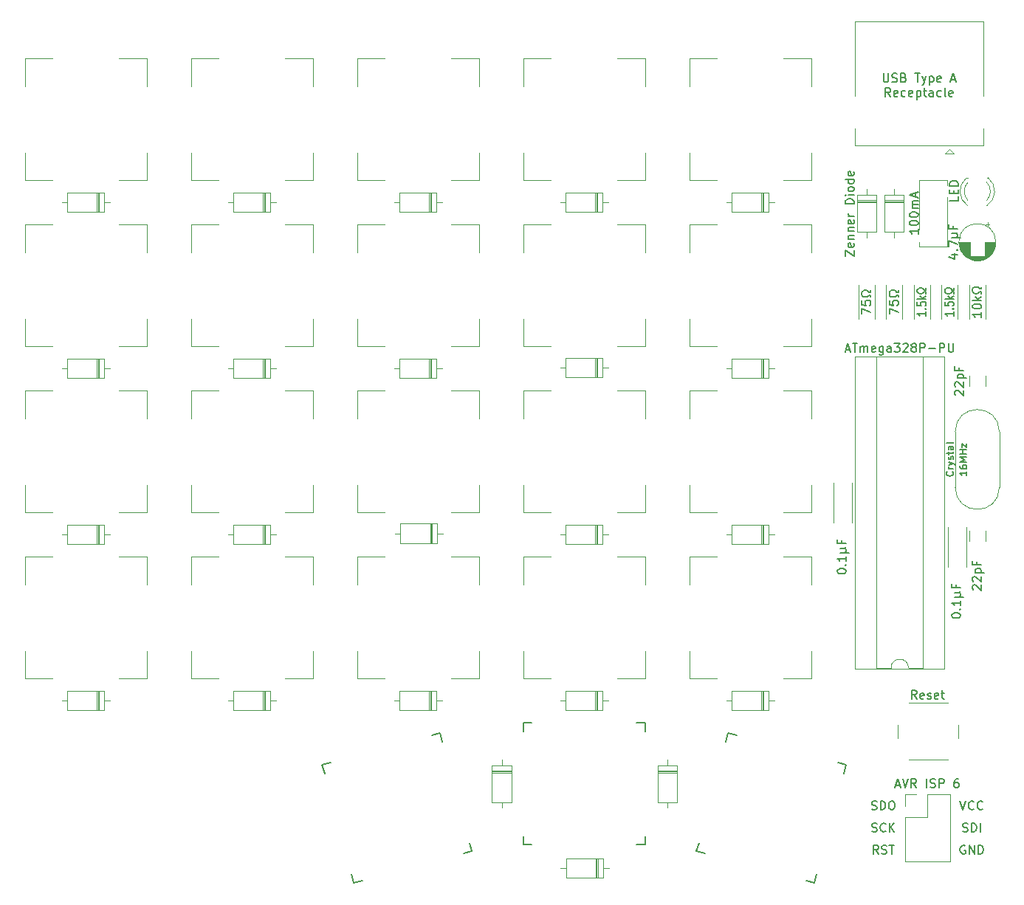
<source format=gbr>
%TF.GenerationSoftware,KiCad,Pcbnew,(5.1.6-0-10_14)*%
%TF.CreationDate,2020-09-02T17:46:37+08:00*%
%TF.ProjectId,EngineerPad,456e6769-6e65-4657-9250-61642e6b6963,v0.3*%
%TF.SameCoordinates,Original*%
%TF.FileFunction,Legend,Top*%
%TF.FilePolarity,Positive*%
%FSLAX46Y46*%
G04 Gerber Fmt 4.6, Leading zero omitted, Abs format (unit mm)*
G04 Created by KiCad (PCBNEW (5.1.6-0-10_14)) date 2020-09-02 17:46:37*
%MOMM*%
%LPD*%
G01*
G04 APERTURE LIST*
%ADD10C,0.150000*%
%ADD11C,0.120000*%
G04 APERTURE END LIST*
D10*
X176764761Y-61237380D02*
X176764761Y-62046904D01*
X176812380Y-62142142D01*
X176860000Y-62189761D01*
X176955238Y-62237380D01*
X177145714Y-62237380D01*
X177240952Y-62189761D01*
X177288571Y-62142142D01*
X177336190Y-62046904D01*
X177336190Y-61237380D01*
X177764761Y-62189761D02*
X177907619Y-62237380D01*
X178145714Y-62237380D01*
X178240952Y-62189761D01*
X178288571Y-62142142D01*
X178336190Y-62046904D01*
X178336190Y-61951666D01*
X178288571Y-61856428D01*
X178240952Y-61808809D01*
X178145714Y-61761190D01*
X177955238Y-61713571D01*
X177860000Y-61665952D01*
X177812380Y-61618333D01*
X177764761Y-61523095D01*
X177764761Y-61427857D01*
X177812380Y-61332619D01*
X177860000Y-61285000D01*
X177955238Y-61237380D01*
X178193333Y-61237380D01*
X178336190Y-61285000D01*
X179098095Y-61713571D02*
X179240952Y-61761190D01*
X179288571Y-61808809D01*
X179336190Y-61904047D01*
X179336190Y-62046904D01*
X179288571Y-62142142D01*
X179240952Y-62189761D01*
X179145714Y-62237380D01*
X178764761Y-62237380D01*
X178764761Y-61237380D01*
X179098095Y-61237380D01*
X179193333Y-61285000D01*
X179240952Y-61332619D01*
X179288571Y-61427857D01*
X179288571Y-61523095D01*
X179240952Y-61618333D01*
X179193333Y-61665952D01*
X179098095Y-61713571D01*
X178764761Y-61713571D01*
X180383809Y-61237380D02*
X180955238Y-61237380D01*
X180669523Y-62237380D02*
X180669523Y-61237380D01*
X181193333Y-61570714D02*
X181431428Y-62237380D01*
X181669523Y-61570714D02*
X181431428Y-62237380D01*
X181336190Y-62475476D01*
X181288571Y-62523095D01*
X181193333Y-62570714D01*
X182050476Y-61570714D02*
X182050476Y-62570714D01*
X182050476Y-61618333D02*
X182145714Y-61570714D01*
X182336190Y-61570714D01*
X182431428Y-61618333D01*
X182479047Y-61665952D01*
X182526666Y-61761190D01*
X182526666Y-62046904D01*
X182479047Y-62142142D01*
X182431428Y-62189761D01*
X182336190Y-62237380D01*
X182145714Y-62237380D01*
X182050476Y-62189761D01*
X183336190Y-62189761D02*
X183240952Y-62237380D01*
X183050476Y-62237380D01*
X182955238Y-62189761D01*
X182907619Y-62094523D01*
X182907619Y-61713571D01*
X182955238Y-61618333D01*
X183050476Y-61570714D01*
X183240952Y-61570714D01*
X183336190Y-61618333D01*
X183383809Y-61713571D01*
X183383809Y-61808809D01*
X182907619Y-61904047D01*
X184526666Y-61951666D02*
X185002857Y-61951666D01*
X184431428Y-62237380D02*
X184764761Y-61237380D01*
X185098095Y-62237380D01*
X177574285Y-63887380D02*
X177240952Y-63411190D01*
X177002857Y-63887380D02*
X177002857Y-62887380D01*
X177383809Y-62887380D01*
X177479047Y-62935000D01*
X177526666Y-62982619D01*
X177574285Y-63077857D01*
X177574285Y-63220714D01*
X177526666Y-63315952D01*
X177479047Y-63363571D01*
X177383809Y-63411190D01*
X177002857Y-63411190D01*
X178383809Y-63839761D02*
X178288571Y-63887380D01*
X178098095Y-63887380D01*
X178002857Y-63839761D01*
X177955238Y-63744523D01*
X177955238Y-63363571D01*
X178002857Y-63268333D01*
X178098095Y-63220714D01*
X178288571Y-63220714D01*
X178383809Y-63268333D01*
X178431428Y-63363571D01*
X178431428Y-63458809D01*
X177955238Y-63554047D01*
X179288571Y-63839761D02*
X179193333Y-63887380D01*
X179002857Y-63887380D01*
X178907619Y-63839761D01*
X178860000Y-63792142D01*
X178812380Y-63696904D01*
X178812380Y-63411190D01*
X178860000Y-63315952D01*
X178907619Y-63268333D01*
X179002857Y-63220714D01*
X179193333Y-63220714D01*
X179288571Y-63268333D01*
X180098095Y-63839761D02*
X180002857Y-63887380D01*
X179812380Y-63887380D01*
X179717142Y-63839761D01*
X179669523Y-63744523D01*
X179669523Y-63363571D01*
X179717142Y-63268333D01*
X179812380Y-63220714D01*
X180002857Y-63220714D01*
X180098095Y-63268333D01*
X180145714Y-63363571D01*
X180145714Y-63458809D01*
X179669523Y-63554047D01*
X180574285Y-63220714D02*
X180574285Y-64220714D01*
X180574285Y-63268333D02*
X180669523Y-63220714D01*
X180860000Y-63220714D01*
X180955238Y-63268333D01*
X181002857Y-63315952D01*
X181050476Y-63411190D01*
X181050476Y-63696904D01*
X181002857Y-63792142D01*
X180955238Y-63839761D01*
X180860000Y-63887380D01*
X180669523Y-63887380D01*
X180574285Y-63839761D01*
X181336190Y-63220714D02*
X181717142Y-63220714D01*
X181479047Y-62887380D02*
X181479047Y-63744523D01*
X181526666Y-63839761D01*
X181621904Y-63887380D01*
X181717142Y-63887380D01*
X182479047Y-63887380D02*
X182479047Y-63363571D01*
X182431428Y-63268333D01*
X182336190Y-63220714D01*
X182145714Y-63220714D01*
X182050476Y-63268333D01*
X182479047Y-63839761D02*
X182383809Y-63887380D01*
X182145714Y-63887380D01*
X182050476Y-63839761D01*
X182002857Y-63744523D01*
X182002857Y-63649285D01*
X182050476Y-63554047D01*
X182145714Y-63506428D01*
X182383809Y-63506428D01*
X182479047Y-63458809D01*
X183383809Y-63839761D02*
X183288571Y-63887380D01*
X183098095Y-63887380D01*
X183002857Y-63839761D01*
X182955238Y-63792142D01*
X182907619Y-63696904D01*
X182907619Y-63411190D01*
X182955238Y-63315952D01*
X183002857Y-63268333D01*
X183098095Y-63220714D01*
X183288571Y-63220714D01*
X183383809Y-63268333D01*
X183955238Y-63887380D02*
X183860000Y-63839761D01*
X183812380Y-63744523D01*
X183812380Y-62887380D01*
X184717142Y-63839761D02*
X184621904Y-63887380D01*
X184431428Y-63887380D01*
X184336190Y-63839761D01*
X184288571Y-63744523D01*
X184288571Y-63363571D01*
X184336190Y-63268333D01*
X184431428Y-63220714D01*
X184621904Y-63220714D01*
X184717142Y-63268333D01*
X184764761Y-63363571D01*
X184764761Y-63458809D01*
X184288571Y-63554047D01*
X184696514Y-106917571D02*
X184734609Y-106955666D01*
X184772704Y-107069952D01*
X184772704Y-107146142D01*
X184734609Y-107260428D01*
X184658419Y-107336619D01*
X184582228Y-107374714D01*
X184429847Y-107412809D01*
X184315561Y-107412809D01*
X184163180Y-107374714D01*
X184086990Y-107336619D01*
X184010800Y-107260428D01*
X183972704Y-107146142D01*
X183972704Y-107069952D01*
X184010800Y-106955666D01*
X184048895Y-106917571D01*
X184772704Y-106574714D02*
X184239371Y-106574714D01*
X184391752Y-106574714D02*
X184315561Y-106536619D01*
X184277466Y-106498523D01*
X184239371Y-106422333D01*
X184239371Y-106346142D01*
X184239371Y-106155666D02*
X184772704Y-105965190D01*
X184239371Y-105774714D02*
X184772704Y-105965190D01*
X184963180Y-106041380D01*
X185001276Y-106079476D01*
X185039371Y-106155666D01*
X184734609Y-105508047D02*
X184772704Y-105431857D01*
X184772704Y-105279476D01*
X184734609Y-105203285D01*
X184658419Y-105165190D01*
X184620323Y-105165190D01*
X184544133Y-105203285D01*
X184506038Y-105279476D01*
X184506038Y-105393761D01*
X184467942Y-105469952D01*
X184391752Y-105508047D01*
X184353657Y-105508047D01*
X184277466Y-105469952D01*
X184239371Y-105393761D01*
X184239371Y-105279476D01*
X184277466Y-105203285D01*
X184239371Y-104936619D02*
X184239371Y-104631857D01*
X183972704Y-104822333D02*
X184658419Y-104822333D01*
X184734609Y-104784238D01*
X184772704Y-104708047D01*
X184772704Y-104631857D01*
X184772704Y-104022333D02*
X184353657Y-104022333D01*
X184277466Y-104060428D01*
X184239371Y-104136619D01*
X184239371Y-104289000D01*
X184277466Y-104365190D01*
X184734609Y-104022333D02*
X184772704Y-104098523D01*
X184772704Y-104289000D01*
X184734609Y-104365190D01*
X184658419Y-104403285D01*
X184582228Y-104403285D01*
X184506038Y-104365190D01*
X184467942Y-104289000D01*
X184467942Y-104098523D01*
X184429847Y-104022333D01*
X184772704Y-103527095D02*
X184734609Y-103603285D01*
X184658419Y-103641380D01*
X183972704Y-103641380D01*
X172382380Y-82152142D02*
X172382380Y-81485476D01*
X173382380Y-82152142D01*
X173382380Y-81485476D01*
X173334761Y-80723571D02*
X173382380Y-80818809D01*
X173382380Y-81009285D01*
X173334761Y-81104523D01*
X173239523Y-81152142D01*
X172858571Y-81152142D01*
X172763333Y-81104523D01*
X172715714Y-81009285D01*
X172715714Y-80818809D01*
X172763333Y-80723571D01*
X172858571Y-80675952D01*
X172953809Y-80675952D01*
X173049047Y-81152142D01*
X172715714Y-80247380D02*
X173382380Y-80247380D01*
X172810952Y-80247380D02*
X172763333Y-80199761D01*
X172715714Y-80104523D01*
X172715714Y-79961666D01*
X172763333Y-79866428D01*
X172858571Y-79818809D01*
X173382380Y-79818809D01*
X172715714Y-79342619D02*
X173382380Y-79342619D01*
X172810952Y-79342619D02*
X172763333Y-79295000D01*
X172715714Y-79199761D01*
X172715714Y-79056904D01*
X172763333Y-78961666D01*
X172858571Y-78914047D01*
X173382380Y-78914047D01*
X173334761Y-78056904D02*
X173382380Y-78152142D01*
X173382380Y-78342619D01*
X173334761Y-78437857D01*
X173239523Y-78485476D01*
X172858571Y-78485476D01*
X172763333Y-78437857D01*
X172715714Y-78342619D01*
X172715714Y-78152142D01*
X172763333Y-78056904D01*
X172858571Y-78009285D01*
X172953809Y-78009285D01*
X173049047Y-78485476D01*
X173382380Y-77580714D02*
X172715714Y-77580714D01*
X172906190Y-77580714D02*
X172810952Y-77533095D01*
X172763333Y-77485476D01*
X172715714Y-77390238D01*
X172715714Y-77295000D01*
X173382380Y-76199761D02*
X172382380Y-76199761D01*
X172382380Y-75961666D01*
X172430000Y-75818809D01*
X172525238Y-75723571D01*
X172620476Y-75675952D01*
X172810952Y-75628333D01*
X172953809Y-75628333D01*
X173144285Y-75675952D01*
X173239523Y-75723571D01*
X173334761Y-75818809D01*
X173382380Y-75961666D01*
X173382380Y-76199761D01*
X173382380Y-75199761D02*
X172715714Y-75199761D01*
X172382380Y-75199761D02*
X172430000Y-75247380D01*
X172477619Y-75199761D01*
X172430000Y-75152142D01*
X172382380Y-75199761D01*
X172477619Y-75199761D01*
X173382380Y-74580714D02*
X173334761Y-74675952D01*
X173287142Y-74723571D01*
X173191904Y-74771190D01*
X172906190Y-74771190D01*
X172810952Y-74723571D01*
X172763333Y-74675952D01*
X172715714Y-74580714D01*
X172715714Y-74437857D01*
X172763333Y-74342619D01*
X172810952Y-74295000D01*
X172906190Y-74247380D01*
X173191904Y-74247380D01*
X173287142Y-74295000D01*
X173334761Y-74342619D01*
X173382380Y-74437857D01*
X173382380Y-74580714D01*
X173382380Y-73390238D02*
X172382380Y-73390238D01*
X173334761Y-73390238D02*
X173382380Y-73485476D01*
X173382380Y-73675952D01*
X173334761Y-73771190D01*
X173287142Y-73818809D01*
X173191904Y-73866428D01*
X172906190Y-73866428D01*
X172810952Y-73818809D01*
X172763333Y-73771190D01*
X172715714Y-73675952D01*
X172715714Y-73485476D01*
X172763333Y-73390238D01*
X173334761Y-72533095D02*
X173382380Y-72628333D01*
X173382380Y-72818809D01*
X173334761Y-72914047D01*
X173239523Y-72961666D01*
X172858571Y-72961666D01*
X172763333Y-72914047D01*
X172715714Y-72818809D01*
X172715714Y-72628333D01*
X172763333Y-72533095D01*
X172858571Y-72485476D01*
X172953809Y-72485476D01*
X173049047Y-72961666D01*
D11*
%TO.C,J2*%
X183860000Y-70405000D02*
X184860000Y-70405000D01*
X184360000Y-69905000D02*
X183860000Y-70405000D01*
X184860000Y-70405000D02*
X184360000Y-69905000D01*
X173500000Y-67545000D02*
X173500000Y-69525000D01*
X188220000Y-69525000D02*
X188220000Y-67545000D01*
X188220000Y-69525000D02*
X173500000Y-69525000D01*
X173500000Y-63845000D02*
X173500000Y-55305000D01*
X188220000Y-55305000D02*
X173500000Y-55305000D01*
X188220000Y-63845000D02*
X188220000Y-55305000D01*
D10*
%TO.C,SW22*%
X135450000Y-136700000D02*
X135450000Y-135700000D01*
X135450000Y-149700000D02*
X136450000Y-149700000D01*
X136450000Y-135700000D02*
X135450000Y-135700000D01*
X135450000Y-149700000D02*
X135450000Y-148700000D01*
X149450000Y-148700000D02*
X149450000Y-149700000D01*
X149450000Y-135700000D02*
X148450000Y-135700000D01*
X148450000Y-149700000D02*
X149450000Y-149700000D01*
X149450000Y-135700000D02*
X149450000Y-136700000D01*
%TO.C,SW23*%
X158704433Y-137886712D02*
X158963253Y-136920786D01*
X155339786Y-150443747D02*
X156305712Y-150702567D01*
X159929178Y-137179605D02*
X158963253Y-136920786D01*
X155339786Y-150443747D02*
X155598605Y-149477822D01*
X169121567Y-153101288D02*
X168862747Y-154067214D01*
X172486214Y-140544253D02*
X171520288Y-140285433D01*
X167896822Y-153808395D02*
X168862747Y-154067214D01*
X172486214Y-140544253D02*
X172227395Y-141510178D01*
%TO.C,SW21*%
X112672605Y-141510178D02*
X112413786Y-140544253D01*
X116037253Y-154067214D02*
X117003178Y-153808395D01*
X113379712Y-140285433D02*
X112413786Y-140544253D01*
X116037253Y-154067214D02*
X115778433Y-153101288D01*
X129301395Y-149477822D02*
X129560214Y-150443747D01*
X125936747Y-136920786D02*
X124970822Y-137179605D01*
X128594288Y-150702567D02*
X129560214Y-150443747D01*
X125936747Y-136920786D02*
X126195567Y-137886712D01*
D11*
%TO.C,SW20*%
X154515000Y-119840000D02*
X154515000Y-116665000D01*
X157690000Y-130635000D02*
X154515000Y-130635000D01*
X168485000Y-127460000D02*
X168485000Y-130635000D01*
X154515000Y-116665000D02*
X157690000Y-116665000D01*
X165310000Y-116665000D02*
X168485000Y-116665000D01*
X154515000Y-130635000D02*
X154515000Y-127460000D01*
X165310000Y-130635000D02*
X168485000Y-130635000D01*
X168485000Y-119840000D02*
X168485000Y-116665000D01*
%TO.C,SW19*%
X135465000Y-119840000D02*
X135465000Y-116665000D01*
X138640000Y-130635000D02*
X135465000Y-130635000D01*
X149435000Y-127460000D02*
X149435000Y-130635000D01*
X135465000Y-116665000D02*
X138640000Y-116665000D01*
X146260000Y-116665000D02*
X149435000Y-116665000D01*
X135465000Y-130635000D02*
X135465000Y-127460000D01*
X146260000Y-130635000D02*
X149435000Y-130635000D01*
X149435000Y-119840000D02*
X149435000Y-116665000D01*
%TO.C,SW18*%
X116415000Y-119840000D02*
X116415000Y-116665000D01*
X119590000Y-130635000D02*
X116415000Y-130635000D01*
X130385000Y-127460000D02*
X130385000Y-130635000D01*
X116415000Y-116665000D02*
X119590000Y-116665000D01*
X127210000Y-116665000D02*
X130385000Y-116665000D01*
X116415000Y-130635000D02*
X116415000Y-127460000D01*
X127210000Y-130635000D02*
X130385000Y-130635000D01*
X130385000Y-119840000D02*
X130385000Y-116665000D01*
%TO.C,SW17*%
X97365000Y-119840000D02*
X97365000Y-116665000D01*
X100540000Y-130635000D02*
X97365000Y-130635000D01*
X111335000Y-127460000D02*
X111335000Y-130635000D01*
X97365000Y-116665000D02*
X100540000Y-116665000D01*
X108160000Y-116665000D02*
X111335000Y-116665000D01*
X97365000Y-130635000D02*
X97365000Y-127460000D01*
X108160000Y-130635000D02*
X111335000Y-130635000D01*
X111335000Y-119840000D02*
X111335000Y-116665000D01*
%TO.C,SW16*%
X78315000Y-119840000D02*
X78315000Y-116665000D01*
X81490000Y-130635000D02*
X78315000Y-130635000D01*
X92285000Y-127460000D02*
X92285000Y-130635000D01*
X78315000Y-116665000D02*
X81490000Y-116665000D01*
X89110000Y-116665000D02*
X92285000Y-116665000D01*
X78315000Y-130635000D02*
X78315000Y-127460000D01*
X89110000Y-130635000D02*
X92285000Y-130635000D01*
X92285000Y-119840000D02*
X92285000Y-116665000D01*
%TO.C,SW15*%
X154515000Y-100790000D02*
X154515000Y-97615000D01*
X157690000Y-111585000D02*
X154515000Y-111585000D01*
X168485000Y-108410000D02*
X168485000Y-111585000D01*
X154515000Y-97615000D02*
X157690000Y-97615000D01*
X165310000Y-97615000D02*
X168485000Y-97615000D01*
X154515000Y-111585000D02*
X154515000Y-108410000D01*
X165310000Y-111585000D02*
X168485000Y-111585000D01*
X168485000Y-100790000D02*
X168485000Y-97615000D01*
%TO.C,SW14*%
X135465000Y-100790000D02*
X135465000Y-97615000D01*
X138640000Y-111585000D02*
X135465000Y-111585000D01*
X149435000Y-108410000D02*
X149435000Y-111585000D01*
X135465000Y-97615000D02*
X138640000Y-97615000D01*
X146260000Y-97615000D02*
X149435000Y-97615000D01*
X135465000Y-111585000D02*
X135465000Y-108410000D01*
X146260000Y-111585000D02*
X149435000Y-111585000D01*
X149435000Y-100790000D02*
X149435000Y-97615000D01*
%TO.C,SW13*%
X116415000Y-100790000D02*
X116415000Y-97615000D01*
X119590000Y-111585000D02*
X116415000Y-111585000D01*
X130385000Y-108410000D02*
X130385000Y-111585000D01*
X116415000Y-97615000D02*
X119590000Y-97615000D01*
X127210000Y-97615000D02*
X130385000Y-97615000D01*
X116415000Y-111585000D02*
X116415000Y-108410000D01*
X127210000Y-111585000D02*
X130385000Y-111585000D01*
X130385000Y-100790000D02*
X130385000Y-97615000D01*
%TO.C,SW12*%
X97365000Y-100790000D02*
X97365000Y-97615000D01*
X100540000Y-111585000D02*
X97365000Y-111585000D01*
X111335000Y-108410000D02*
X111335000Y-111585000D01*
X97365000Y-97615000D02*
X100540000Y-97615000D01*
X108160000Y-97615000D02*
X111335000Y-97615000D01*
X97365000Y-111585000D02*
X97365000Y-108410000D01*
X108160000Y-111585000D02*
X111335000Y-111585000D01*
X111335000Y-100790000D02*
X111335000Y-97615000D01*
%TO.C,SW11*%
X78315000Y-100790000D02*
X78315000Y-97615000D01*
X81490000Y-111585000D02*
X78315000Y-111585000D01*
X92285000Y-108410000D02*
X92285000Y-111585000D01*
X78315000Y-97615000D02*
X81490000Y-97615000D01*
X89110000Y-97615000D02*
X92285000Y-97615000D01*
X78315000Y-111585000D02*
X78315000Y-108410000D01*
X89110000Y-111585000D02*
X92285000Y-111585000D01*
X92285000Y-100790000D02*
X92285000Y-97615000D01*
%TO.C,SW10*%
X154515000Y-81740000D02*
X154515000Y-78565000D01*
X157690000Y-92535000D02*
X154515000Y-92535000D01*
X168485000Y-89360000D02*
X168485000Y-92535000D01*
X154515000Y-78565000D02*
X157690000Y-78565000D01*
X165310000Y-78565000D02*
X168485000Y-78565000D01*
X154515000Y-92535000D02*
X154515000Y-89360000D01*
X165310000Y-92535000D02*
X168485000Y-92535000D01*
X168485000Y-81740000D02*
X168485000Y-78565000D01*
%TO.C,SW9*%
X135465000Y-81740000D02*
X135465000Y-78565000D01*
X138640000Y-92535000D02*
X135465000Y-92535000D01*
X149435000Y-89360000D02*
X149435000Y-92535000D01*
X135465000Y-78565000D02*
X138640000Y-78565000D01*
X146260000Y-78565000D02*
X149435000Y-78565000D01*
X135465000Y-92535000D02*
X135465000Y-89360000D01*
X146260000Y-92535000D02*
X149435000Y-92535000D01*
X149435000Y-81740000D02*
X149435000Y-78565000D01*
%TO.C,SW8*%
X116415000Y-81740000D02*
X116415000Y-78565000D01*
X119590000Y-92535000D02*
X116415000Y-92535000D01*
X130385000Y-89360000D02*
X130385000Y-92535000D01*
X116415000Y-78565000D02*
X119590000Y-78565000D01*
X127210000Y-78565000D02*
X130385000Y-78565000D01*
X116415000Y-92535000D02*
X116415000Y-89360000D01*
X127210000Y-92535000D02*
X130385000Y-92535000D01*
X130385000Y-81740000D02*
X130385000Y-78565000D01*
%TO.C,SW7*%
X97365000Y-81740000D02*
X97365000Y-78565000D01*
X100540000Y-92535000D02*
X97365000Y-92535000D01*
X111335000Y-89360000D02*
X111335000Y-92535000D01*
X97365000Y-78565000D02*
X100540000Y-78565000D01*
X108160000Y-78565000D02*
X111335000Y-78565000D01*
X97365000Y-92535000D02*
X97365000Y-89360000D01*
X108160000Y-92535000D02*
X111335000Y-92535000D01*
X111335000Y-81740000D02*
X111335000Y-78565000D01*
%TO.C,SW6*%
X78315000Y-81740000D02*
X78315000Y-78565000D01*
X81490000Y-92535000D02*
X78315000Y-92535000D01*
X92285000Y-89360000D02*
X92285000Y-92535000D01*
X78315000Y-78565000D02*
X81490000Y-78565000D01*
X89110000Y-78565000D02*
X92285000Y-78565000D01*
X78315000Y-92535000D02*
X78315000Y-89360000D01*
X89110000Y-92535000D02*
X92285000Y-92535000D01*
X92285000Y-81740000D02*
X92285000Y-78565000D01*
%TO.C,SW5*%
X154515000Y-62690000D02*
X154515000Y-59515000D01*
X157690000Y-73485000D02*
X154515000Y-73485000D01*
X168485000Y-70310000D02*
X168485000Y-73485000D01*
X154515000Y-59515000D02*
X157690000Y-59515000D01*
X165310000Y-59515000D02*
X168485000Y-59515000D01*
X154515000Y-73485000D02*
X154515000Y-70310000D01*
X165310000Y-73485000D02*
X168485000Y-73485000D01*
X168485000Y-62690000D02*
X168485000Y-59515000D01*
%TO.C,SW4*%
X135465000Y-62690000D02*
X135465000Y-59515000D01*
X138640000Y-73485000D02*
X135465000Y-73485000D01*
X149435000Y-70310000D02*
X149435000Y-73485000D01*
X135465000Y-59515000D02*
X138640000Y-59515000D01*
X146260000Y-59515000D02*
X149435000Y-59515000D01*
X135465000Y-73485000D02*
X135465000Y-70310000D01*
X146260000Y-73485000D02*
X149435000Y-73485000D01*
X149435000Y-62690000D02*
X149435000Y-59515000D01*
%TO.C,SW3*%
X116415000Y-62690000D02*
X116415000Y-59515000D01*
X119590000Y-73485000D02*
X116415000Y-73485000D01*
X130385000Y-70310000D02*
X130385000Y-73485000D01*
X116415000Y-59515000D02*
X119590000Y-59515000D01*
X127210000Y-59515000D02*
X130385000Y-59515000D01*
X116415000Y-73485000D02*
X116415000Y-70310000D01*
X127210000Y-73485000D02*
X130385000Y-73485000D01*
X130385000Y-62690000D02*
X130385000Y-59515000D01*
%TO.C,SW2*%
X97365000Y-62690000D02*
X97365000Y-59515000D01*
X100540000Y-73485000D02*
X97365000Y-73485000D01*
X111335000Y-70310000D02*
X111335000Y-73485000D01*
X97365000Y-59515000D02*
X100540000Y-59515000D01*
X108160000Y-59515000D02*
X111335000Y-59515000D01*
X97365000Y-73485000D02*
X97365000Y-70310000D01*
X108160000Y-73485000D02*
X111335000Y-73485000D01*
X111335000Y-62690000D02*
X111335000Y-59515000D01*
%TO.C,SW1*%
X78315000Y-62690000D02*
X78315000Y-59515000D01*
X81490000Y-73485000D02*
X78315000Y-73485000D01*
X92285000Y-70310000D02*
X92285000Y-73485000D01*
X78315000Y-59515000D02*
X81490000Y-59515000D01*
X89110000Y-59515000D02*
X92285000Y-59515000D01*
X78315000Y-73485000D02*
X78315000Y-70310000D01*
X89110000Y-73485000D02*
X92285000Y-73485000D01*
X92285000Y-62690000D02*
X92285000Y-59515000D01*
%TO.C,D23*%
X153095000Y-140580000D02*
X150855000Y-140580000D01*
X150855000Y-140580000D02*
X150855000Y-144820000D01*
X150855000Y-144820000D02*
X153095000Y-144820000D01*
X153095000Y-144820000D02*
X153095000Y-140580000D01*
X151975000Y-139930000D02*
X151975000Y-140580000D01*
X151975000Y-145470000D02*
X151975000Y-144820000D01*
X153095000Y-141300000D02*
X150855000Y-141300000D01*
X153095000Y-141420000D02*
X150855000Y-141420000D01*
X153095000Y-141180000D02*
X150855000Y-141180000D01*
%TO.C,D22*%
X144620000Y-153520000D02*
X144620000Y-151280000D01*
X144620000Y-151280000D02*
X140380000Y-151280000D01*
X140380000Y-151280000D02*
X140380000Y-153520000D01*
X140380000Y-153520000D02*
X144620000Y-153520000D01*
X145270000Y-152400000D02*
X144620000Y-152400000D01*
X139730000Y-152400000D02*
X140380000Y-152400000D01*
X143900000Y-153520000D02*
X143900000Y-151280000D01*
X143780000Y-153520000D02*
X143780000Y-151280000D01*
X144020000Y-153520000D02*
X144020000Y-151280000D01*
%TO.C,D21*%
X134120000Y-140580000D02*
X131880000Y-140580000D01*
X131880000Y-140580000D02*
X131880000Y-144820000D01*
X131880000Y-144820000D02*
X134120000Y-144820000D01*
X134120000Y-144820000D02*
X134120000Y-140580000D01*
X133000000Y-139930000D02*
X133000000Y-140580000D01*
X133000000Y-145470000D02*
X133000000Y-144820000D01*
X134120000Y-141300000D02*
X131880000Y-141300000D01*
X134120000Y-141420000D02*
X131880000Y-141420000D01*
X134120000Y-141180000D02*
X131880000Y-141180000D01*
%TO.C,D20*%
X163620000Y-134295000D02*
X163620000Y-132055000D01*
X163620000Y-132055000D02*
X159380000Y-132055000D01*
X159380000Y-132055000D02*
X159380000Y-134295000D01*
X159380000Y-134295000D02*
X163620000Y-134295000D01*
X164270000Y-133175000D02*
X163620000Y-133175000D01*
X158730000Y-133175000D02*
X159380000Y-133175000D01*
X162900000Y-134295000D02*
X162900000Y-132055000D01*
X162780000Y-134295000D02*
X162780000Y-132055000D01*
X163020000Y-134295000D02*
X163020000Y-132055000D01*
%TO.C,D19*%
X144570000Y-134295000D02*
X144570000Y-132055000D01*
X144570000Y-132055000D02*
X140330000Y-132055000D01*
X140330000Y-132055000D02*
X140330000Y-134295000D01*
X140330000Y-134295000D02*
X144570000Y-134295000D01*
X145220000Y-133175000D02*
X144570000Y-133175000D01*
X139680000Y-133175000D02*
X140330000Y-133175000D01*
X143850000Y-134295000D02*
X143850000Y-132055000D01*
X143730000Y-134295000D02*
X143730000Y-132055000D01*
X143970000Y-134295000D02*
X143970000Y-132055000D01*
%TO.C,D18*%
X125520000Y-134295000D02*
X125520000Y-132055000D01*
X125520000Y-132055000D02*
X121280000Y-132055000D01*
X121280000Y-132055000D02*
X121280000Y-134295000D01*
X121280000Y-134295000D02*
X125520000Y-134295000D01*
X126170000Y-133175000D02*
X125520000Y-133175000D01*
X120630000Y-133175000D02*
X121280000Y-133175000D01*
X124800000Y-134295000D02*
X124800000Y-132055000D01*
X124680000Y-134295000D02*
X124680000Y-132055000D01*
X124920000Y-134295000D02*
X124920000Y-132055000D01*
%TO.C,D17*%
X106470000Y-134295000D02*
X106470000Y-132055000D01*
X106470000Y-132055000D02*
X102230000Y-132055000D01*
X102230000Y-132055000D02*
X102230000Y-134295000D01*
X102230000Y-134295000D02*
X106470000Y-134295000D01*
X107120000Y-133175000D02*
X106470000Y-133175000D01*
X101580000Y-133175000D02*
X102230000Y-133175000D01*
X105750000Y-134295000D02*
X105750000Y-132055000D01*
X105630000Y-134295000D02*
X105630000Y-132055000D01*
X105870000Y-134295000D02*
X105870000Y-132055000D01*
%TO.C,D16*%
X87420000Y-134295000D02*
X87420000Y-132055000D01*
X87420000Y-132055000D02*
X83180000Y-132055000D01*
X83180000Y-132055000D02*
X83180000Y-134295000D01*
X83180000Y-134295000D02*
X87420000Y-134295000D01*
X88070000Y-133175000D02*
X87420000Y-133175000D01*
X82530000Y-133175000D02*
X83180000Y-133175000D01*
X86700000Y-134295000D02*
X86700000Y-132055000D01*
X86580000Y-134295000D02*
X86580000Y-132055000D01*
X86820000Y-134295000D02*
X86820000Y-132055000D01*
%TO.C,D15*%
X163620000Y-115245000D02*
X163620000Y-113005000D01*
X163620000Y-113005000D02*
X159380000Y-113005000D01*
X159380000Y-113005000D02*
X159380000Y-115245000D01*
X159380000Y-115245000D02*
X163620000Y-115245000D01*
X164270000Y-114125000D02*
X163620000Y-114125000D01*
X158730000Y-114125000D02*
X159380000Y-114125000D01*
X162900000Y-115245000D02*
X162900000Y-113005000D01*
X162780000Y-115245000D02*
X162780000Y-113005000D01*
X163020000Y-115245000D02*
X163020000Y-113005000D01*
%TO.C,D14*%
X144570000Y-115245000D02*
X144570000Y-113005000D01*
X144570000Y-113005000D02*
X140330000Y-113005000D01*
X140330000Y-113005000D02*
X140330000Y-115245000D01*
X140330000Y-115245000D02*
X144570000Y-115245000D01*
X145220000Y-114125000D02*
X144570000Y-114125000D01*
X139680000Y-114125000D02*
X140330000Y-114125000D01*
X143850000Y-115245000D02*
X143850000Y-113005000D01*
X143730000Y-115245000D02*
X143730000Y-113005000D01*
X143970000Y-115245000D02*
X143970000Y-113005000D01*
%TO.C,D13*%
X125620000Y-115120000D02*
X125620000Y-112880000D01*
X125620000Y-112880000D02*
X121380000Y-112880000D01*
X121380000Y-112880000D02*
X121380000Y-115120000D01*
X121380000Y-115120000D02*
X125620000Y-115120000D01*
X126270000Y-114000000D02*
X125620000Y-114000000D01*
X120730000Y-114000000D02*
X121380000Y-114000000D01*
X124900000Y-115120000D02*
X124900000Y-112880000D01*
X124780000Y-115120000D02*
X124780000Y-112880000D01*
X125020000Y-115120000D02*
X125020000Y-112880000D01*
%TO.C,D12*%
X106470000Y-115245000D02*
X106470000Y-113005000D01*
X106470000Y-113005000D02*
X102230000Y-113005000D01*
X102230000Y-113005000D02*
X102230000Y-115245000D01*
X102230000Y-115245000D02*
X106470000Y-115245000D01*
X107120000Y-114125000D02*
X106470000Y-114125000D01*
X101580000Y-114125000D02*
X102230000Y-114125000D01*
X105750000Y-115245000D02*
X105750000Y-113005000D01*
X105630000Y-115245000D02*
X105630000Y-113005000D01*
X105870000Y-115245000D02*
X105870000Y-113005000D01*
%TO.C,D11*%
X87420000Y-115245000D02*
X87420000Y-113005000D01*
X87420000Y-113005000D02*
X83180000Y-113005000D01*
X83180000Y-113005000D02*
X83180000Y-115245000D01*
X83180000Y-115245000D02*
X87420000Y-115245000D01*
X88070000Y-114125000D02*
X87420000Y-114125000D01*
X82530000Y-114125000D02*
X83180000Y-114125000D01*
X86700000Y-115245000D02*
X86700000Y-113005000D01*
X86580000Y-115245000D02*
X86580000Y-113005000D01*
X86820000Y-115245000D02*
X86820000Y-113005000D01*
%TO.C,D10*%
X163620000Y-96195000D02*
X163620000Y-93955000D01*
X163620000Y-93955000D02*
X159380000Y-93955000D01*
X159380000Y-93955000D02*
X159380000Y-96195000D01*
X159380000Y-96195000D02*
X163620000Y-96195000D01*
X164270000Y-95075000D02*
X163620000Y-95075000D01*
X158730000Y-95075000D02*
X159380000Y-95075000D01*
X162900000Y-96195000D02*
X162900000Y-93955000D01*
X162780000Y-96195000D02*
X162780000Y-93955000D01*
X163020000Y-96195000D02*
X163020000Y-93955000D01*
%TO.C,D9*%
X144570000Y-96120000D02*
X144570000Y-93880000D01*
X144570000Y-93880000D02*
X140330000Y-93880000D01*
X140330000Y-93880000D02*
X140330000Y-96120000D01*
X140330000Y-96120000D02*
X144570000Y-96120000D01*
X145220000Y-95000000D02*
X144570000Y-95000000D01*
X139680000Y-95000000D02*
X140330000Y-95000000D01*
X143850000Y-96120000D02*
X143850000Y-93880000D01*
X143730000Y-96120000D02*
X143730000Y-93880000D01*
X143970000Y-96120000D02*
X143970000Y-93880000D01*
%TO.C,D8*%
X125520000Y-96195000D02*
X125520000Y-93955000D01*
X125520000Y-93955000D02*
X121280000Y-93955000D01*
X121280000Y-93955000D02*
X121280000Y-96195000D01*
X121280000Y-96195000D02*
X125520000Y-96195000D01*
X126170000Y-95075000D02*
X125520000Y-95075000D01*
X120630000Y-95075000D02*
X121280000Y-95075000D01*
X124800000Y-96195000D02*
X124800000Y-93955000D01*
X124680000Y-96195000D02*
X124680000Y-93955000D01*
X124920000Y-96195000D02*
X124920000Y-93955000D01*
%TO.C,D7*%
X106470000Y-96195000D02*
X106470000Y-93955000D01*
X106470000Y-93955000D02*
X102230000Y-93955000D01*
X102230000Y-93955000D02*
X102230000Y-96195000D01*
X102230000Y-96195000D02*
X106470000Y-96195000D01*
X107120000Y-95075000D02*
X106470000Y-95075000D01*
X101580000Y-95075000D02*
X102230000Y-95075000D01*
X105750000Y-96195000D02*
X105750000Y-93955000D01*
X105630000Y-96195000D02*
X105630000Y-93955000D01*
X105870000Y-96195000D02*
X105870000Y-93955000D01*
%TO.C,D6*%
X87420000Y-96195000D02*
X87420000Y-93955000D01*
X87420000Y-93955000D02*
X83180000Y-93955000D01*
X83180000Y-93955000D02*
X83180000Y-96195000D01*
X83180000Y-96195000D02*
X87420000Y-96195000D01*
X88070000Y-95075000D02*
X87420000Y-95075000D01*
X82530000Y-95075000D02*
X83180000Y-95075000D01*
X86700000Y-96195000D02*
X86700000Y-93955000D01*
X86580000Y-96195000D02*
X86580000Y-93955000D01*
X86820000Y-96195000D02*
X86820000Y-93955000D01*
%TO.C,D5*%
X163620000Y-77145000D02*
X163620000Y-74905000D01*
X163620000Y-74905000D02*
X159380000Y-74905000D01*
X159380000Y-74905000D02*
X159380000Y-77145000D01*
X159380000Y-77145000D02*
X163620000Y-77145000D01*
X164270000Y-76025000D02*
X163620000Y-76025000D01*
X158730000Y-76025000D02*
X159380000Y-76025000D01*
X162900000Y-77145000D02*
X162900000Y-74905000D01*
X162780000Y-77145000D02*
X162780000Y-74905000D01*
X163020000Y-77145000D02*
X163020000Y-74905000D01*
%TO.C,D4*%
X144570000Y-77145000D02*
X144570000Y-74905000D01*
X144570000Y-74905000D02*
X140330000Y-74905000D01*
X140330000Y-74905000D02*
X140330000Y-77145000D01*
X140330000Y-77145000D02*
X144570000Y-77145000D01*
X145220000Y-76025000D02*
X144570000Y-76025000D01*
X139680000Y-76025000D02*
X140330000Y-76025000D01*
X143850000Y-77145000D02*
X143850000Y-74905000D01*
X143730000Y-77145000D02*
X143730000Y-74905000D01*
X143970000Y-77145000D02*
X143970000Y-74905000D01*
%TO.C,D3*%
X125520000Y-77145000D02*
X125520000Y-74905000D01*
X125520000Y-74905000D02*
X121280000Y-74905000D01*
X121280000Y-74905000D02*
X121280000Y-77145000D01*
X121280000Y-77145000D02*
X125520000Y-77145000D01*
X126170000Y-76025000D02*
X125520000Y-76025000D01*
X120630000Y-76025000D02*
X121280000Y-76025000D01*
X124800000Y-77145000D02*
X124800000Y-74905000D01*
X124680000Y-77145000D02*
X124680000Y-74905000D01*
X124920000Y-77145000D02*
X124920000Y-74905000D01*
%TO.C,D2*%
X106470000Y-77145000D02*
X106470000Y-74905000D01*
X106470000Y-74905000D02*
X102230000Y-74905000D01*
X102230000Y-74905000D02*
X102230000Y-77145000D01*
X102230000Y-77145000D02*
X106470000Y-77145000D01*
X107120000Y-76025000D02*
X106470000Y-76025000D01*
X101580000Y-76025000D02*
X102230000Y-76025000D01*
X105750000Y-77145000D02*
X105750000Y-74905000D01*
X105630000Y-77145000D02*
X105630000Y-74905000D01*
X105870000Y-77145000D02*
X105870000Y-74905000D01*
%TO.C,D1*%
X87420000Y-77145000D02*
X87420000Y-74905000D01*
X87420000Y-74905000D02*
X83180000Y-74905000D01*
X83180000Y-74905000D02*
X83180000Y-77145000D01*
X83180000Y-77145000D02*
X87420000Y-77145000D01*
X88070000Y-76025000D02*
X87420000Y-76025000D01*
X82530000Y-76025000D02*
X83180000Y-76025000D01*
X86700000Y-77145000D02*
X86700000Y-74905000D01*
X86580000Y-77145000D02*
X86580000Y-74905000D01*
X86820000Y-77145000D02*
X86820000Y-74905000D01*
%TO.C,R6*%
X183440000Y-89375000D02*
X183440000Y-85535000D01*
X185280000Y-89375000D02*
X185280000Y-85535000D01*
%TO.C,R3*%
X180265000Y-89375000D02*
X180265000Y-85535000D01*
X182105000Y-89375000D02*
X182105000Y-85535000D01*
%TO.C,R1*%
X175755000Y-89375000D02*
X175755000Y-85535000D01*
X173915000Y-89375000D02*
X173915000Y-85535000D01*
%TO.C,R2*%
X177090000Y-85535000D02*
X177090000Y-89375000D01*
X178930000Y-85535000D02*
X178930000Y-89375000D01*
%TO.C,R5*%
X186615000Y-89375000D02*
X186615000Y-85535000D01*
X188455000Y-89375000D02*
X188455000Y-85535000D01*
%TO.C,J1*%
X179220000Y-143910000D02*
X180550000Y-143910000D01*
X179220000Y-145240000D02*
X179220000Y-143910000D01*
X181820000Y-143910000D02*
X184420000Y-143910000D01*
X181820000Y-146510000D02*
X181820000Y-143910000D01*
X179220000Y-146510000D02*
X181820000Y-146510000D01*
X184420000Y-143910000D02*
X184420000Y-151650000D01*
X179220000Y-146510000D02*
X179220000Y-151650000D01*
X179220000Y-151650000D02*
X184420000Y-151650000D01*
%TO.C,U1*%
X179645000Y-129425000D02*
X181295000Y-129425000D01*
X181295000Y-129425000D02*
X181295000Y-93745000D01*
X181295000Y-93745000D02*
X175995000Y-93745000D01*
X175995000Y-93745000D02*
X175995000Y-129425000D01*
X175995000Y-129425000D02*
X177645000Y-129425000D01*
X183785000Y-129485000D02*
X183785000Y-93685000D01*
X183785000Y-93685000D02*
X173505000Y-93685000D01*
X173505000Y-93685000D02*
X173505000Y-129485000D01*
X173505000Y-129485000D02*
X183785000Y-129485000D01*
X177645000Y-129425000D02*
G75*
G02*
X179645000Y-129425000I1000000J0D01*
G01*
%TO.C,F1*%
X180890000Y-73505000D02*
X184090000Y-73505000D01*
X180890000Y-81106000D02*
X184090000Y-81106000D01*
X184090000Y-74066000D02*
X184090000Y-73505000D01*
X184090000Y-81106000D02*
X184090000Y-75443000D01*
X180890000Y-79166000D02*
X180890000Y-73505000D01*
X180890000Y-81106000D02*
X180890000Y-80544000D01*
%TO.C,D26*%
X188771000Y-73195000D02*
X188615000Y-73195000D01*
X186455000Y-73195000D02*
X186299000Y-73195000D01*
X186455163Y-75796130D02*
G75*
G02*
X186455000Y-73714039I1079837J1041130D01*
G01*
X188614837Y-75796130D02*
G75*
G03*
X188615000Y-73714039I-1079837J1041130D01*
G01*
X186456392Y-76427335D02*
G75*
G02*
X186299484Y-73195000I1078608J1672335D01*
G01*
X188613608Y-76427335D02*
G75*
G03*
X188770516Y-73195000I-1078608J1672335D01*
G01*
%TO.C,Y1*%
X185010000Y-108710000D02*
X185010000Y-102310000D01*
X190060000Y-108710000D02*
X190060000Y-102310000D01*
X190060000Y-102310000D02*
G75*
G03*
X185010000Y-102310000I-2525000J0D01*
G01*
X190060000Y-108710000D02*
G75*
G02*
X185010000Y-108710000I-2525000J0D01*
G01*
%TO.C,Reset1*%
X179645000Y-139945000D02*
X184145000Y-139945000D01*
X178395000Y-135945000D02*
X178395000Y-137445000D01*
X184145000Y-133445000D02*
X179645000Y-133445000D01*
X185395000Y-137445000D02*
X185395000Y-135945000D01*
%TO.C,D25*%
X179130000Y-75175000D02*
X176890000Y-75175000D01*
X176890000Y-75175000D02*
X176890000Y-79415000D01*
X176890000Y-79415000D02*
X179130000Y-79415000D01*
X179130000Y-79415000D02*
X179130000Y-75175000D01*
X178010000Y-74525000D02*
X178010000Y-75175000D01*
X178010000Y-80065000D02*
X178010000Y-79415000D01*
X179130000Y-75895000D02*
X176890000Y-75895000D01*
X179130000Y-76015000D02*
X176890000Y-76015000D01*
X179130000Y-75775000D02*
X176890000Y-75775000D01*
%TO.C,D24*%
X175955000Y-75175000D02*
X173715000Y-75175000D01*
X173715000Y-75175000D02*
X173715000Y-79415000D01*
X173715000Y-79415000D02*
X175955000Y-79415000D01*
X175955000Y-79415000D02*
X175955000Y-75175000D01*
X174835000Y-74525000D02*
X174835000Y-75175000D01*
X174835000Y-80065000D02*
X174835000Y-79415000D01*
X175955000Y-75895000D02*
X173715000Y-75895000D01*
X175955000Y-76015000D02*
X173715000Y-76015000D01*
X175955000Y-75775000D02*
X173715000Y-75775000D01*
%TO.C,C5*%
X173162000Y-108180000D02*
X173162000Y-112720000D01*
X171022000Y-108180000D02*
X171022000Y-112720000D01*
X173162000Y-108180000D02*
X173147000Y-108180000D01*
X171037000Y-108180000D02*
X171022000Y-108180000D01*
X173162000Y-112720000D02*
X173147000Y-112720000D01*
X171037000Y-112720000D02*
X171022000Y-112720000D01*
%TO.C,C4*%
X186294000Y-113267000D02*
X186294000Y-117807000D01*
X184154000Y-113267000D02*
X184154000Y-117807000D01*
X186294000Y-113267000D02*
X186279000Y-113267000D01*
X184169000Y-113267000D02*
X184154000Y-113267000D01*
X186294000Y-117807000D02*
X186279000Y-117807000D01*
X184169000Y-117807000D02*
X184154000Y-117807000D01*
%TO.C,C3*%
X189655000Y-80585000D02*
G75*
G03*
X189655000Y-80585000I-2120000J0D01*
G01*
X186695000Y-80585000D02*
X185455000Y-80585000D01*
X189615000Y-80585000D02*
X188375000Y-80585000D01*
X186695000Y-80625000D02*
X185455000Y-80625000D01*
X189615000Y-80625000D02*
X188375000Y-80625000D01*
X186695000Y-80665000D02*
X185456000Y-80665000D01*
X189614000Y-80665000D02*
X188375000Y-80665000D01*
X189612000Y-80705000D02*
X188375000Y-80705000D01*
X186695000Y-80705000D02*
X185458000Y-80705000D01*
X189609000Y-80745000D02*
X188375000Y-80745000D01*
X186695000Y-80745000D02*
X185461000Y-80745000D01*
X189606000Y-80785000D02*
X188375000Y-80785000D01*
X186695000Y-80785000D02*
X185464000Y-80785000D01*
X189602000Y-80825000D02*
X188375000Y-80825000D01*
X186695000Y-80825000D02*
X185468000Y-80825000D01*
X189597000Y-80865000D02*
X188375000Y-80865000D01*
X186695000Y-80865000D02*
X185473000Y-80865000D01*
X189591000Y-80905000D02*
X188375000Y-80905000D01*
X186695000Y-80905000D02*
X185479000Y-80905000D01*
X189585000Y-80945000D02*
X188375000Y-80945000D01*
X186695000Y-80945000D02*
X185485000Y-80945000D01*
X189577000Y-80985000D02*
X188375000Y-80985000D01*
X186695000Y-80985000D02*
X185493000Y-80985000D01*
X189569000Y-81025000D02*
X188375000Y-81025000D01*
X186695000Y-81025000D02*
X185501000Y-81025000D01*
X189560000Y-81065000D02*
X188375000Y-81065000D01*
X186695000Y-81065000D02*
X185510000Y-81065000D01*
X189551000Y-81105000D02*
X188375000Y-81105000D01*
X186695000Y-81105000D02*
X185519000Y-81105000D01*
X189540000Y-81145000D02*
X188375000Y-81145000D01*
X186695000Y-81145000D02*
X185530000Y-81145000D01*
X189529000Y-81185000D02*
X188375000Y-81185000D01*
X186695000Y-81185000D02*
X185541000Y-81185000D01*
X189517000Y-81225000D02*
X188375000Y-81225000D01*
X186695000Y-81225000D02*
X185553000Y-81225000D01*
X189503000Y-81265000D02*
X188375000Y-81265000D01*
X186695000Y-81265000D02*
X185567000Y-81265000D01*
X189489000Y-81306000D02*
X188375000Y-81306000D01*
X186695000Y-81306000D02*
X185581000Y-81306000D01*
X189475000Y-81346000D02*
X188375000Y-81346000D01*
X186695000Y-81346000D02*
X185595000Y-81346000D01*
X189459000Y-81386000D02*
X188375000Y-81386000D01*
X186695000Y-81386000D02*
X185611000Y-81386000D01*
X189442000Y-81426000D02*
X188375000Y-81426000D01*
X186695000Y-81426000D02*
X185628000Y-81426000D01*
X189424000Y-81466000D02*
X188375000Y-81466000D01*
X186695000Y-81466000D02*
X185646000Y-81466000D01*
X189405000Y-81506000D02*
X188375000Y-81506000D01*
X186695000Y-81506000D02*
X185665000Y-81506000D01*
X189386000Y-81546000D02*
X188375000Y-81546000D01*
X186695000Y-81546000D02*
X185684000Y-81546000D01*
X189365000Y-81586000D02*
X188375000Y-81586000D01*
X186695000Y-81586000D02*
X185705000Y-81586000D01*
X189343000Y-81626000D02*
X188375000Y-81626000D01*
X186695000Y-81626000D02*
X185727000Y-81626000D01*
X189320000Y-81666000D02*
X188375000Y-81666000D01*
X186695000Y-81666000D02*
X185750000Y-81666000D01*
X189295000Y-81706000D02*
X188375000Y-81706000D01*
X186695000Y-81706000D02*
X185775000Y-81706000D01*
X189270000Y-81746000D02*
X188375000Y-81746000D01*
X186695000Y-81746000D02*
X185800000Y-81746000D01*
X189243000Y-81786000D02*
X188375000Y-81786000D01*
X186695000Y-81786000D02*
X185827000Y-81786000D01*
X189215000Y-81826000D02*
X188375000Y-81826000D01*
X186695000Y-81826000D02*
X185855000Y-81826000D01*
X189185000Y-81866000D02*
X188375000Y-81866000D01*
X186695000Y-81866000D02*
X185885000Y-81866000D01*
X189154000Y-81906000D02*
X188375000Y-81906000D01*
X186695000Y-81906000D02*
X185916000Y-81906000D01*
X189122000Y-81946000D02*
X188375000Y-81946000D01*
X186695000Y-81946000D02*
X185948000Y-81946000D01*
X189087000Y-81986000D02*
X188375000Y-81986000D01*
X186695000Y-81986000D02*
X185983000Y-81986000D01*
X189051000Y-82026000D02*
X188375000Y-82026000D01*
X186695000Y-82026000D02*
X186019000Y-82026000D01*
X189013000Y-82066000D02*
X188375000Y-82066000D01*
X186695000Y-82066000D02*
X186057000Y-82066000D01*
X188973000Y-82106000D02*
X188375000Y-82106000D01*
X186695000Y-82106000D02*
X186097000Y-82106000D01*
X188931000Y-82146000D02*
X188375000Y-82146000D01*
X186695000Y-82146000D02*
X186139000Y-82146000D01*
X188886000Y-82186000D02*
X186184000Y-82186000D01*
X188839000Y-82226000D02*
X186231000Y-82226000D01*
X188789000Y-82266000D02*
X186281000Y-82266000D01*
X188735000Y-82306000D02*
X186335000Y-82306000D01*
X188677000Y-82346000D02*
X186393000Y-82346000D01*
X188615000Y-82386000D02*
X186455000Y-82386000D01*
X188548000Y-82426000D02*
X186522000Y-82426000D01*
X188475000Y-82466000D02*
X186595000Y-82466000D01*
X188394000Y-82506000D02*
X186676000Y-82506000D01*
X188303000Y-82546000D02*
X186767000Y-82546000D01*
X188199000Y-82586000D02*
X186871000Y-82586000D01*
X188072000Y-82626000D02*
X186998000Y-82626000D01*
X187905000Y-82666000D02*
X187165000Y-82666000D01*
X188730000Y-78315199D02*
X188730000Y-78715199D01*
X188930000Y-78515199D02*
X188530000Y-78515199D01*
%TO.C,C2*%
X186615000Y-114909000D02*
X186615000Y-113651000D01*
X188455000Y-114909000D02*
X188455000Y-113651000D01*
%TO.C,C1*%
X188455000Y-95871000D02*
X188455000Y-97129000D01*
X186615000Y-95871000D02*
X186615000Y-97129000D01*
%TO.C,R6*%
D10*
X184812380Y-88578809D02*
X184812380Y-89035952D01*
X184812380Y-88807380D02*
X183812380Y-88807380D01*
X183955238Y-88883571D01*
X184050476Y-88959761D01*
X184098095Y-89035952D01*
X184717142Y-88235952D02*
X184764761Y-88197857D01*
X184812380Y-88235952D01*
X184764761Y-88274047D01*
X184717142Y-88235952D01*
X184812380Y-88235952D01*
X183812380Y-87474047D02*
X183812380Y-87855000D01*
X184288571Y-87893095D01*
X184240952Y-87855000D01*
X184193333Y-87778809D01*
X184193333Y-87588333D01*
X184240952Y-87512142D01*
X184288571Y-87474047D01*
X184383809Y-87435952D01*
X184621904Y-87435952D01*
X184717142Y-87474047D01*
X184764761Y-87512142D01*
X184812380Y-87588333D01*
X184812380Y-87778809D01*
X184764761Y-87855000D01*
X184717142Y-87893095D01*
X184812380Y-87093095D02*
X183812380Y-87093095D01*
X184431428Y-87016904D02*
X184812380Y-86788333D01*
X184145714Y-86788333D02*
X184526666Y-87093095D01*
X184812380Y-86483571D02*
X184812380Y-86293095D01*
X184621904Y-86293095D01*
X184574285Y-86369285D01*
X184479047Y-86445476D01*
X184336190Y-86483571D01*
X184098095Y-86483571D01*
X183955238Y-86445476D01*
X183860000Y-86369285D01*
X183812380Y-86255000D01*
X183812380Y-86102619D01*
X183860000Y-85988333D01*
X183955238Y-85912142D01*
X184098095Y-85874047D01*
X184336190Y-85874047D01*
X184479047Y-85912142D01*
X184574285Y-85988333D01*
X184621904Y-86064523D01*
X184812380Y-86064523D01*
X184812380Y-85874047D01*
%TO.C,R3*%
X181637380Y-88578809D02*
X181637380Y-89035952D01*
X181637380Y-88807380D02*
X180637380Y-88807380D01*
X180780238Y-88883571D01*
X180875476Y-88959761D01*
X180923095Y-89035952D01*
X181542142Y-88235952D02*
X181589761Y-88197857D01*
X181637380Y-88235952D01*
X181589761Y-88274047D01*
X181542142Y-88235952D01*
X181637380Y-88235952D01*
X180637380Y-87474047D02*
X180637380Y-87855000D01*
X181113571Y-87893095D01*
X181065952Y-87855000D01*
X181018333Y-87778809D01*
X181018333Y-87588333D01*
X181065952Y-87512142D01*
X181113571Y-87474047D01*
X181208809Y-87435952D01*
X181446904Y-87435952D01*
X181542142Y-87474047D01*
X181589761Y-87512142D01*
X181637380Y-87588333D01*
X181637380Y-87778809D01*
X181589761Y-87855000D01*
X181542142Y-87893095D01*
X181637380Y-87093095D02*
X180637380Y-87093095D01*
X181256428Y-87016904D02*
X181637380Y-86788333D01*
X180970714Y-86788333D02*
X181351666Y-87093095D01*
X181637380Y-86483571D02*
X181637380Y-86293095D01*
X181446904Y-86293095D01*
X181399285Y-86369285D01*
X181304047Y-86445476D01*
X181161190Y-86483571D01*
X180923095Y-86483571D01*
X180780238Y-86445476D01*
X180685000Y-86369285D01*
X180637380Y-86255000D01*
X180637380Y-86102619D01*
X180685000Y-85988333D01*
X180780238Y-85912142D01*
X180923095Y-85874047D01*
X181161190Y-85874047D01*
X181304047Y-85912142D01*
X181399285Y-85988333D01*
X181446904Y-86064523D01*
X181637380Y-86064523D01*
X181637380Y-85874047D01*
%TO.C,R1*%
X174287380Y-88835952D02*
X174287380Y-88169285D01*
X175287380Y-88597857D01*
X174287380Y-87312142D02*
X174287380Y-87788333D01*
X174763571Y-87835952D01*
X174715952Y-87788333D01*
X174668333Y-87693095D01*
X174668333Y-87455000D01*
X174715952Y-87359761D01*
X174763571Y-87312142D01*
X174858809Y-87264523D01*
X175096904Y-87264523D01*
X175192142Y-87312142D01*
X175239761Y-87359761D01*
X175287380Y-87455000D01*
X175287380Y-87693095D01*
X175239761Y-87788333D01*
X175192142Y-87835952D01*
X175287380Y-86883571D02*
X175287380Y-86645476D01*
X175096904Y-86645476D01*
X175049285Y-86740714D01*
X174954047Y-86835952D01*
X174811190Y-86883571D01*
X174573095Y-86883571D01*
X174430238Y-86835952D01*
X174335000Y-86740714D01*
X174287380Y-86597857D01*
X174287380Y-86407380D01*
X174335000Y-86264523D01*
X174430238Y-86169285D01*
X174573095Y-86121666D01*
X174811190Y-86121666D01*
X174954047Y-86169285D01*
X175049285Y-86264523D01*
X175096904Y-86359761D01*
X175287380Y-86359761D01*
X175287380Y-86121666D01*
%TO.C,R2*%
X177462380Y-88835952D02*
X177462380Y-88169285D01*
X178462380Y-88597857D01*
X177462380Y-87312142D02*
X177462380Y-87788333D01*
X177938571Y-87835952D01*
X177890952Y-87788333D01*
X177843333Y-87693095D01*
X177843333Y-87455000D01*
X177890952Y-87359761D01*
X177938571Y-87312142D01*
X178033809Y-87264523D01*
X178271904Y-87264523D01*
X178367142Y-87312142D01*
X178414761Y-87359761D01*
X178462380Y-87455000D01*
X178462380Y-87693095D01*
X178414761Y-87788333D01*
X178367142Y-87835952D01*
X178462380Y-86883571D02*
X178462380Y-86645476D01*
X178271904Y-86645476D01*
X178224285Y-86740714D01*
X178129047Y-86835952D01*
X177986190Y-86883571D01*
X177748095Y-86883571D01*
X177605238Y-86835952D01*
X177510000Y-86740714D01*
X177462380Y-86597857D01*
X177462380Y-86407380D01*
X177510000Y-86264523D01*
X177605238Y-86169285D01*
X177748095Y-86121666D01*
X177986190Y-86121666D01*
X178129047Y-86169285D01*
X178224285Y-86264523D01*
X178271904Y-86359761D01*
X178462380Y-86359761D01*
X178462380Y-86121666D01*
%TO.C,R5*%
X187987380Y-88621666D02*
X187987380Y-89193095D01*
X187987380Y-88907380D02*
X186987380Y-88907380D01*
X187130238Y-89002619D01*
X187225476Y-89097857D01*
X187273095Y-89193095D01*
X186987380Y-88002619D02*
X186987380Y-87907380D01*
X187035000Y-87812142D01*
X187082619Y-87764523D01*
X187177857Y-87716904D01*
X187368333Y-87669285D01*
X187606428Y-87669285D01*
X187796904Y-87716904D01*
X187892142Y-87764523D01*
X187939761Y-87812142D01*
X187987380Y-87907380D01*
X187987380Y-88002619D01*
X187939761Y-88097857D01*
X187892142Y-88145476D01*
X187796904Y-88193095D01*
X187606428Y-88240714D01*
X187368333Y-88240714D01*
X187177857Y-88193095D01*
X187082619Y-88145476D01*
X187035000Y-88097857D01*
X186987380Y-88002619D01*
X187987380Y-87240714D02*
X186987380Y-87240714D01*
X187606428Y-87145476D02*
X187987380Y-86859761D01*
X187320714Y-86859761D02*
X187701666Y-87240714D01*
X187987380Y-86478809D02*
X187987380Y-86240714D01*
X187796904Y-86240714D01*
X187749285Y-86335952D01*
X187654047Y-86431190D01*
X187511190Y-86478809D01*
X187273095Y-86478809D01*
X187130238Y-86431190D01*
X187035000Y-86335952D01*
X186987380Y-86193095D01*
X186987380Y-86002619D01*
X187035000Y-85859761D01*
X187130238Y-85764523D01*
X187273095Y-85716904D01*
X187511190Y-85716904D01*
X187654047Y-85764523D01*
X187749285Y-85859761D01*
X187796904Y-85955000D01*
X187987380Y-85955000D01*
X187987380Y-85716904D01*
%TO.C,J1*%
X178200952Y-142866666D02*
X178677142Y-142866666D01*
X178105714Y-143152380D02*
X178439047Y-142152380D01*
X178772380Y-143152380D01*
X178962857Y-142152380D02*
X179296190Y-143152380D01*
X179629523Y-142152380D01*
X180534285Y-143152380D02*
X180200952Y-142676190D01*
X179962857Y-143152380D02*
X179962857Y-142152380D01*
X180343809Y-142152380D01*
X180439047Y-142200000D01*
X180486666Y-142247619D01*
X180534285Y-142342857D01*
X180534285Y-142485714D01*
X180486666Y-142580952D01*
X180439047Y-142628571D01*
X180343809Y-142676190D01*
X179962857Y-142676190D01*
X181724761Y-143152380D02*
X181724761Y-142152380D01*
X182153333Y-143104761D02*
X182296190Y-143152380D01*
X182534285Y-143152380D01*
X182629523Y-143104761D01*
X182677142Y-143057142D01*
X182724761Y-142961904D01*
X182724761Y-142866666D01*
X182677142Y-142771428D01*
X182629523Y-142723809D01*
X182534285Y-142676190D01*
X182343809Y-142628571D01*
X182248571Y-142580952D01*
X182200952Y-142533333D01*
X182153333Y-142438095D01*
X182153333Y-142342857D01*
X182200952Y-142247619D01*
X182248571Y-142200000D01*
X182343809Y-142152380D01*
X182581904Y-142152380D01*
X182724761Y-142200000D01*
X183153333Y-143152380D02*
X183153333Y-142152380D01*
X183534285Y-142152380D01*
X183629523Y-142200000D01*
X183677142Y-142247619D01*
X183724761Y-142342857D01*
X183724761Y-142485714D01*
X183677142Y-142580952D01*
X183629523Y-142628571D01*
X183534285Y-142676190D01*
X183153333Y-142676190D01*
X185343809Y-142152380D02*
X185153333Y-142152380D01*
X185058095Y-142200000D01*
X185010476Y-142247619D01*
X184915238Y-142390476D01*
X184867619Y-142580952D01*
X184867619Y-142961904D01*
X184915238Y-143057142D01*
X184962857Y-143104761D01*
X185058095Y-143152380D01*
X185248571Y-143152380D01*
X185343809Y-143104761D01*
X185391428Y-143057142D01*
X185439047Y-142961904D01*
X185439047Y-142723809D01*
X185391428Y-142628571D01*
X185343809Y-142580952D01*
X185248571Y-142533333D01*
X185058095Y-142533333D01*
X184962857Y-142580952D01*
X184915238Y-142628571D01*
X184867619Y-142723809D01*
X175430476Y-145644761D02*
X175573333Y-145692380D01*
X175811428Y-145692380D01*
X175906666Y-145644761D01*
X175954285Y-145597142D01*
X176001904Y-145501904D01*
X176001904Y-145406666D01*
X175954285Y-145311428D01*
X175906666Y-145263809D01*
X175811428Y-145216190D01*
X175620952Y-145168571D01*
X175525714Y-145120952D01*
X175478095Y-145073333D01*
X175430476Y-144978095D01*
X175430476Y-144882857D01*
X175478095Y-144787619D01*
X175525714Y-144740000D01*
X175620952Y-144692380D01*
X175859047Y-144692380D01*
X176001904Y-144740000D01*
X176430476Y-145692380D02*
X176430476Y-144692380D01*
X176668571Y-144692380D01*
X176811428Y-144740000D01*
X176906666Y-144835238D01*
X176954285Y-144930476D01*
X177001904Y-145120952D01*
X177001904Y-145263809D01*
X176954285Y-145454285D01*
X176906666Y-145549523D01*
X176811428Y-145644761D01*
X176668571Y-145692380D01*
X176430476Y-145692380D01*
X177620952Y-144692380D02*
X177811428Y-144692380D01*
X177906666Y-144740000D01*
X178001904Y-144835238D01*
X178049523Y-145025714D01*
X178049523Y-145359047D01*
X178001904Y-145549523D01*
X177906666Y-145644761D01*
X177811428Y-145692380D01*
X177620952Y-145692380D01*
X177525714Y-145644761D01*
X177430476Y-145549523D01*
X177382857Y-145359047D01*
X177382857Y-145025714D01*
X177430476Y-144835238D01*
X177525714Y-144740000D01*
X177620952Y-144692380D01*
X175454285Y-148184761D02*
X175597142Y-148232380D01*
X175835238Y-148232380D01*
X175930476Y-148184761D01*
X175978095Y-148137142D01*
X176025714Y-148041904D01*
X176025714Y-147946666D01*
X175978095Y-147851428D01*
X175930476Y-147803809D01*
X175835238Y-147756190D01*
X175644761Y-147708571D01*
X175549523Y-147660952D01*
X175501904Y-147613333D01*
X175454285Y-147518095D01*
X175454285Y-147422857D01*
X175501904Y-147327619D01*
X175549523Y-147280000D01*
X175644761Y-147232380D01*
X175882857Y-147232380D01*
X176025714Y-147280000D01*
X177025714Y-148137142D02*
X176978095Y-148184761D01*
X176835238Y-148232380D01*
X176740000Y-148232380D01*
X176597142Y-148184761D01*
X176501904Y-148089523D01*
X176454285Y-147994285D01*
X176406666Y-147803809D01*
X176406666Y-147660952D01*
X176454285Y-147470476D01*
X176501904Y-147375238D01*
X176597142Y-147280000D01*
X176740000Y-147232380D01*
X176835238Y-147232380D01*
X176978095Y-147280000D01*
X177025714Y-147327619D01*
X177454285Y-148232380D02*
X177454285Y-147232380D01*
X178025714Y-148232380D02*
X177597142Y-147660952D01*
X178025714Y-147232380D02*
X177454285Y-147803809D01*
X176192380Y-150772380D02*
X175859047Y-150296190D01*
X175620952Y-150772380D02*
X175620952Y-149772380D01*
X176001904Y-149772380D01*
X176097142Y-149820000D01*
X176144761Y-149867619D01*
X176192380Y-149962857D01*
X176192380Y-150105714D01*
X176144761Y-150200952D01*
X176097142Y-150248571D01*
X176001904Y-150296190D01*
X175620952Y-150296190D01*
X176573333Y-150724761D02*
X176716190Y-150772380D01*
X176954285Y-150772380D01*
X177049523Y-150724761D01*
X177097142Y-150677142D01*
X177144761Y-150581904D01*
X177144761Y-150486666D01*
X177097142Y-150391428D01*
X177049523Y-150343809D01*
X176954285Y-150296190D01*
X176763809Y-150248571D01*
X176668571Y-150200952D01*
X176620952Y-150153333D01*
X176573333Y-150058095D01*
X176573333Y-149962857D01*
X176620952Y-149867619D01*
X176668571Y-149820000D01*
X176763809Y-149772380D01*
X177001904Y-149772380D01*
X177144761Y-149820000D01*
X177430476Y-149772380D02*
X178001904Y-149772380D01*
X177716190Y-150772380D02*
X177716190Y-149772380D01*
X185566666Y-144692380D02*
X185900000Y-145692380D01*
X186233333Y-144692380D01*
X187138095Y-145597142D02*
X187090476Y-145644761D01*
X186947619Y-145692380D01*
X186852380Y-145692380D01*
X186709523Y-145644761D01*
X186614285Y-145549523D01*
X186566666Y-145454285D01*
X186519047Y-145263809D01*
X186519047Y-145120952D01*
X186566666Y-144930476D01*
X186614285Y-144835238D01*
X186709523Y-144740000D01*
X186852380Y-144692380D01*
X186947619Y-144692380D01*
X187090476Y-144740000D01*
X187138095Y-144787619D01*
X188138095Y-145597142D02*
X188090476Y-145644761D01*
X187947619Y-145692380D01*
X187852380Y-145692380D01*
X187709523Y-145644761D01*
X187614285Y-145549523D01*
X187566666Y-145454285D01*
X187519047Y-145263809D01*
X187519047Y-145120952D01*
X187566666Y-144930476D01*
X187614285Y-144835238D01*
X187709523Y-144740000D01*
X187852380Y-144692380D01*
X187947619Y-144692380D01*
X188090476Y-144740000D01*
X188138095Y-144787619D01*
X185876190Y-148184761D02*
X186019047Y-148232380D01*
X186257142Y-148232380D01*
X186352380Y-148184761D01*
X186400000Y-148137142D01*
X186447619Y-148041904D01*
X186447619Y-147946666D01*
X186400000Y-147851428D01*
X186352380Y-147803809D01*
X186257142Y-147756190D01*
X186066666Y-147708571D01*
X185971428Y-147660952D01*
X185923809Y-147613333D01*
X185876190Y-147518095D01*
X185876190Y-147422857D01*
X185923809Y-147327619D01*
X185971428Y-147280000D01*
X186066666Y-147232380D01*
X186304761Y-147232380D01*
X186447619Y-147280000D01*
X186876190Y-148232380D02*
X186876190Y-147232380D01*
X187114285Y-147232380D01*
X187257142Y-147280000D01*
X187352380Y-147375238D01*
X187400000Y-147470476D01*
X187447619Y-147660952D01*
X187447619Y-147803809D01*
X187400000Y-147994285D01*
X187352380Y-148089523D01*
X187257142Y-148184761D01*
X187114285Y-148232380D01*
X186876190Y-148232380D01*
X187876190Y-148232380D02*
X187876190Y-147232380D01*
X186138095Y-149820000D02*
X186042857Y-149772380D01*
X185900000Y-149772380D01*
X185757142Y-149820000D01*
X185661904Y-149915238D01*
X185614285Y-150010476D01*
X185566666Y-150200952D01*
X185566666Y-150343809D01*
X185614285Y-150534285D01*
X185661904Y-150629523D01*
X185757142Y-150724761D01*
X185900000Y-150772380D01*
X185995238Y-150772380D01*
X186138095Y-150724761D01*
X186185714Y-150677142D01*
X186185714Y-150343809D01*
X185995238Y-150343809D01*
X186614285Y-150772380D02*
X186614285Y-149772380D01*
X187185714Y-150772380D01*
X187185714Y-149772380D01*
X187661904Y-150772380D02*
X187661904Y-149772380D01*
X187900000Y-149772380D01*
X188042857Y-149820000D01*
X188138095Y-149915238D01*
X188185714Y-150010476D01*
X188233333Y-150200952D01*
X188233333Y-150343809D01*
X188185714Y-150534285D01*
X188138095Y-150629523D01*
X188042857Y-150724761D01*
X187900000Y-150772380D01*
X187661904Y-150772380D01*
%TO.C,U1*%
X172454523Y-92911666D02*
X172930714Y-92911666D01*
X172359285Y-93197380D02*
X172692619Y-92197380D01*
X173025952Y-93197380D01*
X173216428Y-92197380D02*
X173787857Y-92197380D01*
X173502142Y-93197380D02*
X173502142Y-92197380D01*
X174121190Y-93197380D02*
X174121190Y-92530714D01*
X174121190Y-92625952D02*
X174168809Y-92578333D01*
X174264047Y-92530714D01*
X174406904Y-92530714D01*
X174502142Y-92578333D01*
X174549761Y-92673571D01*
X174549761Y-93197380D01*
X174549761Y-92673571D02*
X174597380Y-92578333D01*
X174692619Y-92530714D01*
X174835476Y-92530714D01*
X174930714Y-92578333D01*
X174978333Y-92673571D01*
X174978333Y-93197380D01*
X175835476Y-93149761D02*
X175740238Y-93197380D01*
X175549761Y-93197380D01*
X175454523Y-93149761D01*
X175406904Y-93054523D01*
X175406904Y-92673571D01*
X175454523Y-92578333D01*
X175549761Y-92530714D01*
X175740238Y-92530714D01*
X175835476Y-92578333D01*
X175883095Y-92673571D01*
X175883095Y-92768809D01*
X175406904Y-92864047D01*
X176740238Y-92530714D02*
X176740238Y-93340238D01*
X176692619Y-93435476D01*
X176645000Y-93483095D01*
X176549761Y-93530714D01*
X176406904Y-93530714D01*
X176311666Y-93483095D01*
X176740238Y-93149761D02*
X176645000Y-93197380D01*
X176454523Y-93197380D01*
X176359285Y-93149761D01*
X176311666Y-93102142D01*
X176264047Y-93006904D01*
X176264047Y-92721190D01*
X176311666Y-92625952D01*
X176359285Y-92578333D01*
X176454523Y-92530714D01*
X176645000Y-92530714D01*
X176740238Y-92578333D01*
X177645000Y-93197380D02*
X177645000Y-92673571D01*
X177597380Y-92578333D01*
X177502142Y-92530714D01*
X177311666Y-92530714D01*
X177216428Y-92578333D01*
X177645000Y-93149761D02*
X177549761Y-93197380D01*
X177311666Y-93197380D01*
X177216428Y-93149761D01*
X177168809Y-93054523D01*
X177168809Y-92959285D01*
X177216428Y-92864047D01*
X177311666Y-92816428D01*
X177549761Y-92816428D01*
X177645000Y-92768809D01*
X178025952Y-92197380D02*
X178645000Y-92197380D01*
X178311666Y-92578333D01*
X178454523Y-92578333D01*
X178549761Y-92625952D01*
X178597380Y-92673571D01*
X178645000Y-92768809D01*
X178645000Y-93006904D01*
X178597380Y-93102142D01*
X178549761Y-93149761D01*
X178454523Y-93197380D01*
X178168809Y-93197380D01*
X178073571Y-93149761D01*
X178025952Y-93102142D01*
X179025952Y-92292619D02*
X179073571Y-92245000D01*
X179168809Y-92197380D01*
X179406904Y-92197380D01*
X179502142Y-92245000D01*
X179549761Y-92292619D01*
X179597380Y-92387857D01*
X179597380Y-92483095D01*
X179549761Y-92625952D01*
X178978333Y-93197380D01*
X179597380Y-93197380D01*
X180168809Y-92625952D02*
X180073571Y-92578333D01*
X180025952Y-92530714D01*
X179978333Y-92435476D01*
X179978333Y-92387857D01*
X180025952Y-92292619D01*
X180073571Y-92245000D01*
X180168809Y-92197380D01*
X180359285Y-92197380D01*
X180454523Y-92245000D01*
X180502142Y-92292619D01*
X180549761Y-92387857D01*
X180549761Y-92435476D01*
X180502142Y-92530714D01*
X180454523Y-92578333D01*
X180359285Y-92625952D01*
X180168809Y-92625952D01*
X180073571Y-92673571D01*
X180025952Y-92721190D01*
X179978333Y-92816428D01*
X179978333Y-93006904D01*
X180025952Y-93102142D01*
X180073571Y-93149761D01*
X180168809Y-93197380D01*
X180359285Y-93197380D01*
X180454523Y-93149761D01*
X180502142Y-93102142D01*
X180549761Y-93006904D01*
X180549761Y-92816428D01*
X180502142Y-92721190D01*
X180454523Y-92673571D01*
X180359285Y-92625952D01*
X180978333Y-93197380D02*
X180978333Y-92197380D01*
X181359285Y-92197380D01*
X181454523Y-92245000D01*
X181502142Y-92292619D01*
X181549761Y-92387857D01*
X181549761Y-92530714D01*
X181502142Y-92625952D01*
X181454523Y-92673571D01*
X181359285Y-92721190D01*
X180978333Y-92721190D01*
X181978333Y-92816428D02*
X182740238Y-92816428D01*
X183216428Y-93197380D02*
X183216428Y-92197380D01*
X183597380Y-92197380D01*
X183692619Y-92245000D01*
X183740238Y-92292619D01*
X183787857Y-92387857D01*
X183787857Y-92530714D01*
X183740238Y-92625952D01*
X183692619Y-92673571D01*
X183597380Y-92721190D01*
X183216428Y-92721190D01*
X184216428Y-92197380D02*
X184216428Y-93006904D01*
X184264047Y-93102142D01*
X184311666Y-93149761D01*
X184406904Y-93197380D01*
X184597380Y-93197380D01*
X184692619Y-93149761D01*
X184740238Y-93102142D01*
X184787857Y-93006904D01*
X184787857Y-92197380D01*
%TO.C,F1*%
X180748380Y-79056904D02*
X180748380Y-79628333D01*
X180748380Y-79342619D02*
X179748380Y-79342619D01*
X179891238Y-79437857D01*
X179986476Y-79533095D01*
X180034095Y-79628333D01*
X179748380Y-78437857D02*
X179748380Y-78342619D01*
X179796000Y-78247380D01*
X179843619Y-78199761D01*
X179938857Y-78152142D01*
X180129333Y-78104523D01*
X180367428Y-78104523D01*
X180557904Y-78152142D01*
X180653142Y-78199761D01*
X180700761Y-78247380D01*
X180748380Y-78342619D01*
X180748380Y-78437857D01*
X180700761Y-78533095D01*
X180653142Y-78580714D01*
X180557904Y-78628333D01*
X180367428Y-78675952D01*
X180129333Y-78675952D01*
X179938857Y-78628333D01*
X179843619Y-78580714D01*
X179796000Y-78533095D01*
X179748380Y-78437857D01*
X179748380Y-77485476D02*
X179748380Y-77390238D01*
X179796000Y-77295000D01*
X179843619Y-77247380D01*
X179938857Y-77199761D01*
X180129333Y-77152142D01*
X180367428Y-77152142D01*
X180557904Y-77199761D01*
X180653142Y-77247380D01*
X180700761Y-77295000D01*
X180748380Y-77390238D01*
X180748380Y-77485476D01*
X180700761Y-77580714D01*
X180653142Y-77628333D01*
X180557904Y-77675952D01*
X180367428Y-77723571D01*
X180129333Y-77723571D01*
X179938857Y-77675952D01*
X179843619Y-77628333D01*
X179796000Y-77580714D01*
X179748380Y-77485476D01*
X180748380Y-76723571D02*
X180081714Y-76723571D01*
X180176952Y-76723571D02*
X180129333Y-76675952D01*
X180081714Y-76580714D01*
X180081714Y-76437857D01*
X180129333Y-76342619D01*
X180224571Y-76295000D01*
X180748380Y-76295000D01*
X180224571Y-76295000D02*
X180129333Y-76247380D01*
X180081714Y-76152142D01*
X180081714Y-76009285D01*
X180129333Y-75914047D01*
X180224571Y-75866428D01*
X180748380Y-75866428D01*
X180462666Y-75437857D02*
X180462666Y-74961666D01*
X180748380Y-75533095D02*
X179748380Y-75199761D01*
X180748380Y-74866428D01*
%TO.C,D26*%
X185345780Y-75347057D02*
X185345780Y-75823247D01*
X184345780Y-75823247D01*
X184821971Y-75013723D02*
X184821971Y-74680390D01*
X185345780Y-74537533D02*
X185345780Y-75013723D01*
X184345780Y-75013723D01*
X184345780Y-74537533D01*
X185345780Y-74108961D02*
X184345780Y-74108961D01*
X184345780Y-73870866D01*
X184393400Y-73728009D01*
X184488638Y-73632771D01*
X184583876Y-73585152D01*
X184774352Y-73537533D01*
X184917209Y-73537533D01*
X185107685Y-73585152D01*
X185202923Y-73632771D01*
X185298161Y-73728009D01*
X185345780Y-73870866D01*
X185345780Y-74108961D01*
%TO.C,Y1*%
X186322104Y-106892180D02*
X186322104Y-107349323D01*
X186322104Y-107120752D02*
X185522104Y-107120752D01*
X185636390Y-107196942D01*
X185712580Y-107273133D01*
X185750676Y-107349323D01*
X185522104Y-106206466D02*
X185522104Y-106358847D01*
X185560200Y-106435038D01*
X185598295Y-106473133D01*
X185712580Y-106549323D01*
X185864961Y-106587419D01*
X186169723Y-106587419D01*
X186245914Y-106549323D01*
X186284009Y-106511228D01*
X186322104Y-106435038D01*
X186322104Y-106282657D01*
X186284009Y-106206466D01*
X186245914Y-106168371D01*
X186169723Y-106130276D01*
X185979247Y-106130276D01*
X185903057Y-106168371D01*
X185864961Y-106206466D01*
X185826866Y-106282657D01*
X185826866Y-106435038D01*
X185864961Y-106511228D01*
X185903057Y-106549323D01*
X185979247Y-106587419D01*
X186322104Y-105787419D02*
X185522104Y-105787419D01*
X186093533Y-105520752D01*
X185522104Y-105254085D01*
X186322104Y-105254085D01*
X186322104Y-104873133D02*
X185522104Y-104873133D01*
X185903057Y-104873133D02*
X185903057Y-104415990D01*
X186322104Y-104415990D02*
X185522104Y-104415990D01*
X185788771Y-104111228D02*
X185788771Y-103692180D01*
X186322104Y-104111228D01*
X186322104Y-103692180D01*
%TO.C,Reset1*%
X180581904Y-132992380D02*
X180248571Y-132516190D01*
X180010476Y-132992380D02*
X180010476Y-131992380D01*
X180391428Y-131992380D01*
X180486666Y-132040000D01*
X180534285Y-132087619D01*
X180581904Y-132182857D01*
X180581904Y-132325714D01*
X180534285Y-132420952D01*
X180486666Y-132468571D01*
X180391428Y-132516190D01*
X180010476Y-132516190D01*
X181391428Y-132944761D02*
X181296190Y-132992380D01*
X181105714Y-132992380D01*
X181010476Y-132944761D01*
X180962857Y-132849523D01*
X180962857Y-132468571D01*
X181010476Y-132373333D01*
X181105714Y-132325714D01*
X181296190Y-132325714D01*
X181391428Y-132373333D01*
X181439047Y-132468571D01*
X181439047Y-132563809D01*
X180962857Y-132659047D01*
X181820000Y-132944761D02*
X181915238Y-132992380D01*
X182105714Y-132992380D01*
X182200952Y-132944761D01*
X182248571Y-132849523D01*
X182248571Y-132801904D01*
X182200952Y-132706666D01*
X182105714Y-132659047D01*
X181962857Y-132659047D01*
X181867619Y-132611428D01*
X181820000Y-132516190D01*
X181820000Y-132468571D01*
X181867619Y-132373333D01*
X181962857Y-132325714D01*
X182105714Y-132325714D01*
X182200952Y-132373333D01*
X183058095Y-132944761D02*
X182962857Y-132992380D01*
X182772380Y-132992380D01*
X182677142Y-132944761D01*
X182629523Y-132849523D01*
X182629523Y-132468571D01*
X182677142Y-132373333D01*
X182772380Y-132325714D01*
X182962857Y-132325714D01*
X183058095Y-132373333D01*
X183105714Y-132468571D01*
X183105714Y-132563809D01*
X182629523Y-132659047D01*
X183391428Y-132325714D02*
X183772380Y-132325714D01*
X183534285Y-131992380D02*
X183534285Y-132849523D01*
X183581904Y-132944761D01*
X183677142Y-132992380D01*
X183772380Y-132992380D01*
%TO.C,C5*%
X171476880Y-118379285D02*
X171476880Y-118284047D01*
X171524500Y-118188809D01*
X171572119Y-118141190D01*
X171667357Y-118093571D01*
X171857833Y-118045952D01*
X172095928Y-118045952D01*
X172286404Y-118093571D01*
X172381642Y-118141190D01*
X172429261Y-118188809D01*
X172476880Y-118284047D01*
X172476880Y-118379285D01*
X172429261Y-118474523D01*
X172381642Y-118522142D01*
X172286404Y-118569761D01*
X172095928Y-118617380D01*
X171857833Y-118617380D01*
X171667357Y-118569761D01*
X171572119Y-118522142D01*
X171524500Y-118474523D01*
X171476880Y-118379285D01*
X172381642Y-117617380D02*
X172429261Y-117569761D01*
X172476880Y-117617380D01*
X172429261Y-117665000D01*
X172381642Y-117617380D01*
X172476880Y-117617380D01*
X172476880Y-116617380D02*
X172476880Y-117188809D01*
X172476880Y-116903095D02*
X171476880Y-116903095D01*
X171619738Y-116998333D01*
X171714976Y-117093571D01*
X171762595Y-117188809D01*
X171810214Y-116188809D02*
X172810214Y-116188809D01*
X172334023Y-115712619D02*
X172429261Y-115665000D01*
X172476880Y-115569761D01*
X172334023Y-116188809D02*
X172429261Y-116141190D01*
X172476880Y-116045952D01*
X172476880Y-115855476D01*
X172429261Y-115760238D01*
X172334023Y-115712619D01*
X171810214Y-115712619D01*
X171953071Y-114807857D02*
X171953071Y-115141190D01*
X172476880Y-115141190D02*
X171476880Y-115141190D01*
X171476880Y-114665000D01*
%TO.C,C4*%
X184608880Y-123459285D02*
X184608880Y-123364047D01*
X184656500Y-123268809D01*
X184704119Y-123221190D01*
X184799357Y-123173571D01*
X184989833Y-123125952D01*
X185227928Y-123125952D01*
X185418404Y-123173571D01*
X185513642Y-123221190D01*
X185561261Y-123268809D01*
X185608880Y-123364047D01*
X185608880Y-123459285D01*
X185561261Y-123554523D01*
X185513642Y-123602142D01*
X185418404Y-123649761D01*
X185227928Y-123697380D01*
X184989833Y-123697380D01*
X184799357Y-123649761D01*
X184704119Y-123602142D01*
X184656500Y-123554523D01*
X184608880Y-123459285D01*
X185513642Y-122697380D02*
X185561261Y-122649761D01*
X185608880Y-122697380D01*
X185561261Y-122745000D01*
X185513642Y-122697380D01*
X185608880Y-122697380D01*
X185608880Y-121697380D02*
X185608880Y-122268809D01*
X185608880Y-121983095D02*
X184608880Y-121983095D01*
X184751738Y-122078333D01*
X184846976Y-122173571D01*
X184894595Y-122268809D01*
X184942214Y-121268809D02*
X185942214Y-121268809D01*
X185466023Y-120792619D02*
X185561261Y-120745000D01*
X185608880Y-120649761D01*
X185466023Y-121268809D02*
X185561261Y-121221190D01*
X185608880Y-121125952D01*
X185608880Y-120935476D01*
X185561261Y-120840238D01*
X185466023Y-120792619D01*
X184942214Y-120792619D01*
X185085071Y-119887857D02*
X185085071Y-120221190D01*
X185608880Y-120221190D02*
X184608880Y-120221190D01*
X184608880Y-119745000D01*
%TO.C,C3*%
X184602914Y-82022390D02*
X185269580Y-82022390D01*
X184221961Y-82260485D02*
X184936247Y-82498580D01*
X184936247Y-81879533D01*
X185174342Y-81498580D02*
X185221961Y-81450961D01*
X185269580Y-81498580D01*
X185221961Y-81546200D01*
X185174342Y-81498580D01*
X185269580Y-81498580D01*
X184269580Y-81117628D02*
X184269580Y-80450961D01*
X185269580Y-80879533D01*
X184602914Y-80070009D02*
X185602914Y-80070009D01*
X185126723Y-79593819D02*
X185221961Y-79546200D01*
X185269580Y-79450961D01*
X185126723Y-80070009D02*
X185221961Y-80022390D01*
X185269580Y-79927152D01*
X185269580Y-79736676D01*
X185221961Y-79641438D01*
X185126723Y-79593819D01*
X184602914Y-79593819D01*
X184745771Y-78689057D02*
X184745771Y-79022390D01*
X185269580Y-79022390D02*
X184269580Y-79022390D01*
X184269580Y-78546200D01*
%TO.C,C2*%
X187057219Y-120466857D02*
X187009600Y-120419238D01*
X186961980Y-120324000D01*
X186961980Y-120085904D01*
X187009600Y-119990666D01*
X187057219Y-119943047D01*
X187152457Y-119895428D01*
X187247695Y-119895428D01*
X187390552Y-119943047D01*
X187961980Y-120514476D01*
X187961980Y-119895428D01*
X187057219Y-119514476D02*
X187009600Y-119466857D01*
X186961980Y-119371619D01*
X186961980Y-119133523D01*
X187009600Y-119038285D01*
X187057219Y-118990666D01*
X187152457Y-118943047D01*
X187247695Y-118943047D01*
X187390552Y-118990666D01*
X187961980Y-119562095D01*
X187961980Y-118943047D01*
X187295314Y-118514476D02*
X188295314Y-118514476D01*
X187342933Y-118514476D02*
X187295314Y-118419238D01*
X187295314Y-118228761D01*
X187342933Y-118133523D01*
X187390552Y-118085904D01*
X187485790Y-118038285D01*
X187771504Y-118038285D01*
X187866742Y-118085904D01*
X187914361Y-118133523D01*
X187961980Y-118228761D01*
X187961980Y-118419238D01*
X187914361Y-118514476D01*
X187438171Y-117276380D02*
X187438171Y-117609714D01*
X187961980Y-117609714D02*
X186961980Y-117609714D01*
X186961980Y-117133523D01*
%TO.C,C1*%
X185032619Y-98142857D02*
X184985000Y-98095238D01*
X184937380Y-98000000D01*
X184937380Y-97761904D01*
X184985000Y-97666666D01*
X185032619Y-97619047D01*
X185127857Y-97571428D01*
X185223095Y-97571428D01*
X185365952Y-97619047D01*
X185937380Y-98190476D01*
X185937380Y-97571428D01*
X185032619Y-97190476D02*
X184985000Y-97142857D01*
X184937380Y-97047619D01*
X184937380Y-96809523D01*
X184985000Y-96714285D01*
X185032619Y-96666666D01*
X185127857Y-96619047D01*
X185223095Y-96619047D01*
X185365952Y-96666666D01*
X185937380Y-97238095D01*
X185937380Y-96619047D01*
X185270714Y-96190476D02*
X186270714Y-96190476D01*
X185318333Y-96190476D02*
X185270714Y-96095238D01*
X185270714Y-95904761D01*
X185318333Y-95809523D01*
X185365952Y-95761904D01*
X185461190Y-95714285D01*
X185746904Y-95714285D01*
X185842142Y-95761904D01*
X185889761Y-95809523D01*
X185937380Y-95904761D01*
X185937380Y-96095238D01*
X185889761Y-96190476D01*
X185413571Y-94952380D02*
X185413571Y-95285714D01*
X185937380Y-95285714D02*
X184937380Y-95285714D01*
X184937380Y-94809523D01*
%TD*%
M02*

</source>
